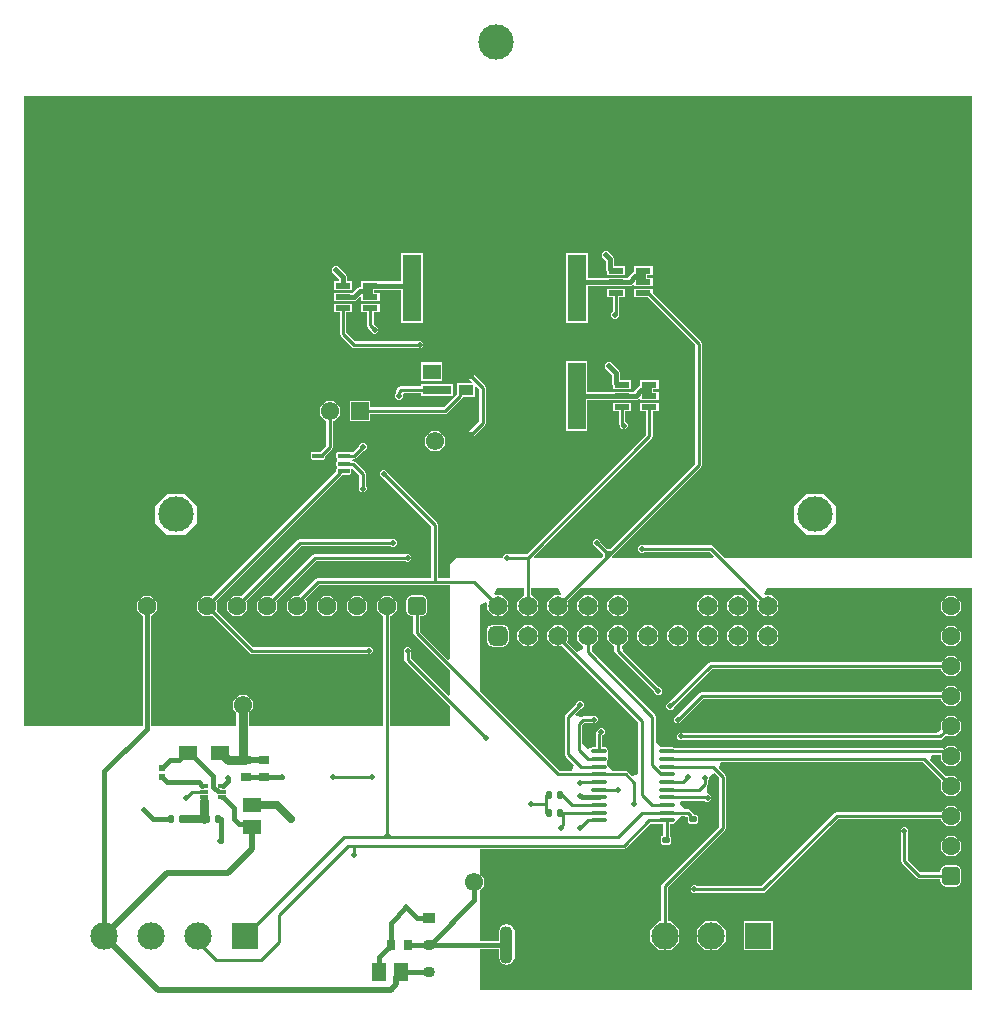
<source format=gtl>
G04*
G04 #@! TF.GenerationSoftware,Altium Limited,Altium Designer,21.6.4 (81)*
G04*
G04 Layer_Physical_Order=1*
G04 Layer_Color=255*
%FSLAX23Y23*%
%MOIN*%
G70*
G04*
G04 #@! TF.SameCoordinates,B862E28A-B53C-4780-801C-F1A4676C09CD*
G04*
G04*
G04 #@! TF.FilePolarity,Positive*
G04*
G01*
G75*
%ADD16C,0.010*%
%ADD17C,0.020*%
%ADD18C,0.015*%
%ADD19R,0.051X0.019*%
%ADD20R,0.063X0.224*%
%ADD21R,0.051X0.059*%
%ADD22R,0.059X0.051*%
%ADD23R,0.026X0.035*%
%ADD24R,0.035X0.026*%
G04:AMPARAMS|DCode=25|XSize=19mil|YSize=24mil|CornerRadius=2mil|HoleSize=0mil|Usage=FLASHONLY|Rotation=0.000|XOffset=0mil|YOffset=0mil|HoleType=Round|Shape=RoundedRectangle|*
%AMROUNDEDRECTD25*
21,1,0.019,0.020,0,0,0.0*
21,1,0.015,0.024,0,0,0.0*
1,1,0.004,0.008,-0.010*
1,1,0.004,-0.008,-0.010*
1,1,0.004,-0.008,0.010*
1,1,0.004,0.008,0.010*
%
%ADD25ROUNDEDRECTD25*%
G04:AMPARAMS|DCode=26|XSize=19mil|YSize=24mil|CornerRadius=2mil|HoleSize=0mil|Usage=FLASHONLY|Rotation=270.000|XOffset=0mil|YOffset=0mil|HoleType=Round|Shape=RoundedRectangle|*
%AMROUNDEDRECTD26*
21,1,0.019,0.020,0,0,270.0*
21,1,0.015,0.024,0,0,270.0*
1,1,0.004,-0.010,-0.008*
1,1,0.004,-0.010,0.008*
1,1,0.004,0.010,0.008*
1,1,0.004,0.010,-0.008*
%
%ADD26ROUNDEDRECTD26*%
%ADD27R,0.087X0.047*%
%ADD28R,0.059X0.051*%
%ADD29R,0.094X0.031*%
%ADD30R,0.051X0.035*%
G04:AMPARAMS|DCode=31|XSize=26mil|YSize=12mil|CornerRadius=1mil|HoleSize=0mil|Usage=FLASHONLY|Rotation=180.000|XOffset=0mil|YOffset=0mil|HoleType=Round|Shape=RoundedRectangle|*
%AMROUNDEDRECTD31*
21,1,0.026,0.010,0,0,180.0*
21,1,0.024,0.012,0,0,180.0*
1,1,0.002,-0.012,0.005*
1,1,0.002,0.012,0.005*
1,1,0.002,0.012,-0.005*
1,1,0.002,-0.012,-0.005*
%
%ADD31ROUNDEDRECTD31*%
%ADD32R,0.020X0.020*%
%ADD33O,0.053X0.016*%
G04:AMPARAMS|DCode=34|XSize=37mil|YSize=16mil|CornerRadius=2mil|HoleSize=0mil|Usage=FLASHONLY|Rotation=180.000|XOffset=0mil|YOffset=0mil|HoleType=Round|Shape=RoundedRectangle|*
%AMROUNDEDRECTD34*
21,1,0.037,0.012,0,0,180.0*
21,1,0.033,0.016,0,0,180.0*
1,1,0.004,-0.017,0.006*
1,1,0.004,0.017,0.006*
1,1,0.004,0.017,-0.006*
1,1,0.004,-0.017,-0.006*
%
%ADD34ROUNDEDRECTD34*%
G04:AMPARAMS|DCode=35|XSize=40mil|YSize=125mil|CornerRadius=17mil|HoleSize=0mil|Usage=FLASHONLY|Rotation=0.000|XOffset=0mil|YOffset=0mil|HoleType=Round|Shape=RoundedRectangle|*
%AMROUNDEDRECTD35*
21,1,0.040,0.091,0,0,0.0*
21,1,0.005,0.125,0,0,0.0*
1,1,0.034,0.003,-0.045*
1,1,0.034,-0.003,-0.045*
1,1,0.034,-0.003,0.045*
1,1,0.034,0.003,0.045*
%
%ADD35ROUNDEDRECTD35*%
G04:AMPARAMS|DCode=36|XSize=40mil|YSize=34mil|CornerRadius=17mil|HoleSize=0mil|Usage=FLASHONLY|Rotation=0.000|XOffset=0mil|YOffset=0mil|HoleType=Round|Shape=RoundedRectangle|*
%AMROUNDEDRECTD36*
21,1,0.040,0.000,0,0,0.0*
21,1,0.005,0.034,0,0,0.0*
1,1,0.034,0.003,0.000*
1,1,0.034,-0.003,0.000*
1,1,0.034,-0.003,0.000*
1,1,0.034,0.003,0.000*
%
%ADD36ROUNDEDRECTD36*%
%ADD37R,0.040X0.034*%
%ADD38R,0.059X0.047*%
%ADD64C,0.030*%
%ADD65C,0.025*%
%ADD66C,0.061*%
%ADD67R,0.061X0.061*%
%ADD68C,0.118*%
%ADD69C,0.065*%
G04:AMPARAMS|DCode=70|XSize=65mil|YSize=65mil|CornerRadius=16mil|HoleSize=0mil|Usage=FLASHONLY|Rotation=0.000|XOffset=0mil|YOffset=0mil|HoleType=Round|Shape=RoundedRectangle|*
%AMROUNDEDRECTD70*
21,1,0.065,0.032,0,0,0.0*
21,1,0.032,0.065,0,0,0.0*
1,1,0.032,0.016,-0.016*
1,1,0.032,-0.016,-0.016*
1,1,0.032,-0.016,0.016*
1,1,0.032,0.016,0.016*
%
%ADD70ROUNDEDRECTD70*%
%ADD71C,0.063*%
G04:AMPARAMS|DCode=72|XSize=63mil|YSize=63mil|CornerRadius=16mil|HoleSize=0mil|Usage=FLASHONLY|Rotation=180.000|XOffset=0mil|YOffset=0mil|HoleType=Round|Shape=RoundedRectangle|*
%AMROUNDEDRECTD72*
21,1,0.063,0.031,0,0,180.0*
21,1,0.031,0.063,0,0,180.0*
1,1,0.031,-0.016,0.016*
1,1,0.031,0.016,0.016*
1,1,0.031,0.016,-0.016*
1,1,0.031,-0.016,-0.016*
%
%ADD72ROUNDEDRECTD72*%
G04:AMPARAMS|DCode=73|XSize=63mil|YSize=63mil|CornerRadius=16mil|HoleSize=0mil|Usage=FLASHONLY|Rotation=90.000|XOffset=0mil|YOffset=0mil|HoleType=Round|Shape=RoundedRectangle|*
%AMROUNDEDRECTD73*
21,1,0.063,0.031,0,0,90.0*
21,1,0.031,0.063,0,0,90.0*
1,1,0.031,0.016,0.016*
1,1,0.031,0.016,-0.016*
1,1,0.031,-0.016,-0.016*
1,1,0.031,-0.016,0.016*
%
%ADD73ROUNDEDRECTD73*%
%ADD74C,0.091*%
%ADD75R,0.091X0.091*%
%ADD76C,0.020*%
G36*
X3180Y1460D02*
X2355D01*
X2318Y1498D01*
X2310Y1501D01*
X2310Y1501D01*
X2087D01*
X2085Y1503D01*
X2075D01*
X2068Y1495D01*
Y1485D01*
X2075Y1477D01*
X2085D01*
X2087Y1479D01*
X2306D01*
X2320Y1465D01*
X2318Y1460D01*
X1982D01*
X1980Y1465D01*
X2278Y1762D01*
X2278Y1762D01*
X2281Y1770D01*
X2281Y1770D01*
Y2174D01*
X2281Y2174D01*
X2278Y2182D01*
X2278Y2182D01*
X2116Y2344D01*
Y2357D01*
X2055D01*
Y2328D01*
X2101D01*
X2259Y2170D01*
Y1774D01*
X1975Y1490D01*
X1965D01*
X1942Y1513D01*
Y1515D01*
X1935Y1523D01*
X1925D01*
X1918Y1515D01*
Y1505D01*
X1925Y1497D01*
X1927D01*
X1951Y1474D01*
Y1466D01*
X1945Y1460D01*
X1722D01*
X1720Y1465D01*
X2113Y1858D01*
X2113Y1858D01*
X2116Y1865D01*
X2116Y1865D01*
Y1948D01*
X2136D01*
Y1977D01*
X2075D01*
Y1948D01*
X2095D01*
Y1870D01*
X1696Y1471D01*
X1637D01*
X1635Y1472D01*
X1625D01*
X1617Y1465D01*
Y1460D01*
X1460D01*
X1440Y1440D01*
Y1391D01*
X1401D01*
Y1570D01*
X1401Y1570D01*
X1398Y1578D01*
X1398Y1578D01*
X1232Y1743D01*
Y1745D01*
X1225Y1753D01*
X1215D01*
X1207Y1745D01*
Y1735D01*
X1215Y1727D01*
X1217D01*
X1379Y1566D01*
Y1391D01*
X1000D01*
X992Y1388D01*
X992Y1388D01*
X939Y1334D01*
X916D01*
X896Y1314D01*
Y1286D01*
X916Y1266D01*
X944D01*
X964Y1286D01*
Y1314D01*
X957Y1321D01*
X1004Y1369D01*
X1440D01*
Y1122D01*
X1435Y1120D01*
X1341Y1214D01*
Y1265D01*
X1346D01*
X1360Y1270D01*
X1365Y1284D01*
Y1316D01*
X1360Y1330D01*
X1346Y1335D01*
X1314D01*
X1300Y1330D01*
X1295Y1316D01*
Y1284D01*
X1300Y1270D01*
X1314Y1265D01*
X1319D01*
Y1210D01*
X1319Y1210D01*
X1322Y1202D01*
X1440Y1085D01*
Y1002D01*
X1435Y1000D01*
X1311Y1125D01*
Y1143D01*
X1312Y1145D01*
Y1155D01*
X1305Y1163D01*
X1295D01*
X1288Y1155D01*
Y1145D01*
X1289Y1143D01*
Y1120D01*
X1289Y1120D01*
X1292Y1113D01*
X1440Y965D01*
Y900D01*
X1241D01*
Y1266D01*
X1244D01*
X1264Y1286D01*
Y1314D01*
X1244Y1334D01*
X1216D01*
X1196Y1314D01*
Y1286D01*
X1216Y1266D01*
X1219D01*
Y900D01*
X772D01*
Y945D01*
X783Y956D01*
Y984D01*
X764Y1003D01*
X736D01*
X717Y984D01*
Y956D01*
X728Y945D01*
Y900D01*
X444D01*
Y1266D01*
X444D01*
X464Y1286D01*
Y1314D01*
X444Y1334D01*
X416D01*
X396Y1314D01*
Y1286D01*
X416Y1266D01*
X416D01*
Y900D01*
X20D01*
Y3000D01*
X3180D01*
Y1460D01*
D02*
G37*
G36*
Y20D02*
X1540D01*
Y157D01*
X1603D01*
Y125D01*
X1610Y108D01*
X1627Y101D01*
X1632D01*
X1649Y108D01*
X1656Y125D01*
Y216D01*
X1649Y233D01*
X1632Y240D01*
X1627D01*
X1610Y233D01*
X1603Y216D01*
Y184D01*
X1540D01*
Y353D01*
X1553Y366D01*
Y394D01*
X1540Y407D01*
Y489D01*
X2020D01*
X2020Y489D01*
X2028Y492D01*
X2109Y574D01*
X2137D01*
X2144Y571D01*
X2152D01*
Y533D01*
X2150D01*
X2145Y531D01*
X2143Y526D01*
Y510D01*
X2145Y505D01*
X2150Y503D01*
X2170D01*
X2175Y505D01*
X2177Y510D01*
Y526D01*
X2175Y531D01*
X2174Y531D01*
Y571D01*
X2182D01*
X2192Y575D01*
X2196Y585D01*
X2211Y600D01*
X2214D01*
X2233Y596D01*
Y580D01*
X2235Y575D01*
X2240Y573D01*
X2260D01*
X2265Y575D01*
X2267Y580D01*
Y596D01*
X2265Y601D01*
X2260Y603D01*
X2254D01*
X2253Y606D01*
X2253Y606D01*
X2241Y618D01*
X2233Y621D01*
X2233Y621D01*
X2225D01*
X2207Y639D01*
X2207Y646D01*
X2212Y650D01*
X2292D01*
X2295Y647D01*
X2305D01*
X2312Y655D01*
Y665D01*
X2305Y673D01*
X2301D01*
X2298Y679D01*
X2298Y697D01*
X2301Y705D01*
X2301Y705D01*
Y718D01*
X2303Y720D01*
Y730D01*
X2318Y740D01*
X2323Y742D01*
X2339Y726D01*
Y564D01*
X2148Y374D01*
X2145Y366D01*
X2145Y366D01*
Y248D01*
X2136D01*
X2108Y220D01*
Y180D01*
X2136Y152D01*
X2176D01*
X2204Y180D01*
Y220D01*
X2176Y248D01*
X2167D01*
Y362D01*
X2358Y552D01*
X2358Y552D01*
X2361Y560D01*
Y730D01*
X2361Y730D01*
X2358Y738D01*
X2358Y738D01*
X2337Y759D01*
X2345Y779D01*
X3016D01*
X3078Y716D01*
X3076Y714D01*
Y686D01*
X3096Y666D01*
X3124D01*
X3144Y686D01*
Y714D01*
X3124Y734D01*
X3096D01*
X3094Y732D01*
X3041Y784D01*
X3049Y804D01*
X3076D01*
Y786D01*
X3096Y766D01*
X3124D01*
X3144Y786D01*
Y814D01*
X3124Y834D01*
X3096D01*
X3086Y824D01*
X3081Y826D01*
X3081Y826D01*
X2189D01*
X2182Y829D01*
X2144D01*
X2126Y842D01*
Y930D01*
X2126Y930D01*
X2123Y938D01*
X2123Y938D01*
X1915Y1145D01*
X1914Y1165D01*
X1935Y1186D01*
Y1214D01*
X1914Y1235D01*
X1886D01*
X1865Y1214D01*
Y1186D01*
X1883Y1167D01*
X1883Y1155D01*
X1864Y1147D01*
X1830Y1180D01*
X1835Y1186D01*
Y1214D01*
X1814Y1235D01*
X1786D01*
X1765Y1214D01*
Y1186D01*
X1786Y1165D01*
X1814D01*
X1815Y1165D01*
X2069Y911D01*
Y739D01*
X2049Y731D01*
X2035Y745D01*
X2027Y749D01*
X2027Y749D01*
X1985D01*
X1969Y764D01*
X1965Y774D01*
X1965Y780D01*
X1969Y790D01*
X1969Y790D01*
X1966Y802D01*
X1969Y815D01*
X1969Y815D01*
X1965Y825D01*
X1956Y829D01*
X1948D01*
Y867D01*
X1948Y868D01*
X1950D01*
X1957Y875D01*
Y885D01*
X1950Y892D01*
X1940D01*
X1933Y885D01*
Y883D01*
X1929Y879D01*
X1926Y872D01*
X1926Y872D01*
Y829D01*
X1918D01*
X1908Y825D01*
X1900Y823D01*
X1881Y839D01*
Y901D01*
X1889Y909D01*
X1913D01*
X1915Y908D01*
X1925D01*
X1933Y915D01*
Y925D01*
X1925Y933D01*
X1915D01*
X1913Y931D01*
X1885D01*
X1885Y931D01*
X1882Y930D01*
X1865Y934D01*
X1859Y938D01*
X1859Y938D01*
X1878Y957D01*
X1880D01*
X1888Y965D01*
Y975D01*
X1880Y983D01*
X1870D01*
X1862Y975D01*
Y973D01*
X1827Y938D01*
X1824Y930D01*
X1824Y930D01*
Y805D01*
X1824Y805D01*
X1827Y797D01*
X1855Y769D01*
X1847Y749D01*
X1806D01*
X1540Y1015D01*
Y1302D01*
X1560Y1312D01*
X1565Y1307D01*
Y1286D01*
X1586Y1265D01*
X1614D01*
X1635Y1286D01*
Y1314D01*
X1614Y1335D01*
X1593D01*
X1588Y1340D01*
X1598Y1360D01*
X1689D01*
Y1335D01*
X1686D01*
X1665Y1314D01*
Y1286D01*
X1686Y1265D01*
X1714D01*
X1735Y1286D01*
Y1314D01*
X1714Y1335D01*
X1711D01*
Y1360D01*
X1802D01*
X1812Y1340D01*
X1807Y1335D01*
X1786D01*
X1765Y1314D01*
Y1286D01*
X1786Y1265D01*
X1814D01*
X1835Y1286D01*
Y1314D01*
X1832Y1317D01*
X1875Y1360D01*
X2425D01*
X2468Y1317D01*
X2465Y1314D01*
Y1286D01*
X2486Y1265D01*
X2514D01*
X2535Y1286D01*
Y1314D01*
X2514Y1335D01*
X2493D01*
X2488Y1340D01*
X2498Y1360D01*
X3180D01*
Y20D01*
D02*
G37*
%LPC*%
G36*
X1960Y2484D02*
X1958Y2483D01*
X1955D01*
X1953Y2481D01*
X1950Y2480D01*
X1949Y2477D01*
X1947Y2475D01*
Y2472D01*
X1946Y2470D01*
X1947Y2468D01*
Y2465D01*
X1949Y2463D01*
X1950Y2460D01*
X1960Y2450D01*
Y2422D01*
X1964Y2413D01*
Y2403D01*
X2025D01*
Y2432D01*
X1987D01*
Y2456D01*
X1984Y2466D01*
X1970Y2480D01*
X1967Y2481D01*
X1965Y2483D01*
X1962D01*
X1960Y2484D01*
D02*
G37*
G36*
X1351Y2477D02*
X1278D01*
Y2381D01*
X1206D01*
Y2382D01*
X1145D01*
Y2364D01*
X1140D01*
X1130Y2360D01*
X1115Y2344D01*
X1054D01*
Y2316D01*
X1115D01*
Y2316D01*
X1120D01*
X1130Y2320D01*
X1140Y2331D01*
X1145Y2329D01*
Y2316D01*
X1206D01*
Y2344D01*
X1189D01*
Y2353D01*
X1206D01*
Y2354D01*
X1278D01*
Y2243D01*
X1351D01*
Y2477D01*
D02*
G37*
G36*
X1902D02*
X1829D01*
Y2243D01*
X1902D01*
Y2366D01*
X1964D01*
Y2366D01*
X2025D01*
Y2366D01*
X2040D01*
X2050Y2370D01*
X2050Y2371D01*
X2055Y2369D01*
Y2366D01*
X2116D01*
Y2394D01*
X2099D01*
Y2403D01*
X2116D01*
Y2432D01*
X2055D01*
Y2411D01*
X2049Y2408D01*
X2034Y2394D01*
X2025D01*
Y2394D01*
X1964D01*
Y2394D01*
X1902D01*
Y2477D01*
D02*
G37*
G36*
X1060Y2434D02*
X1058Y2432D01*
X1055D01*
X1053Y2431D01*
X1050Y2430D01*
X1049Y2427D01*
X1048Y2425D01*
Y2422D01*
X1046Y2420D01*
X1048Y2418D01*
Y2415D01*
X1049Y2413D01*
X1050Y2410D01*
X1071Y2390D01*
Y2382D01*
X1054D01*
Y2353D01*
X1115D01*
Y2382D01*
X1098D01*
Y2395D01*
X1094Y2405D01*
X1070Y2430D01*
X1067Y2431D01*
X1065Y2432D01*
X1062D01*
X1060Y2434D01*
D02*
G37*
G36*
X2025Y2357D02*
X1964D01*
Y2328D01*
X1984D01*
Y2282D01*
X1982Y2280D01*
X1982Y2280D01*
X1977Y2275D01*
Y2265D01*
X1985Y2257D01*
X1995D01*
X2003Y2265D01*
Y2270D01*
X2005Y2277D01*
X2005Y2277D01*
Y2328D01*
X2025D01*
Y2357D01*
D02*
G37*
G36*
X1206Y2307D02*
X1145D01*
Y2278D01*
X1165D01*
Y2235D01*
X1165Y2235D01*
X1168Y2227D01*
X1178Y2217D01*
Y2215D01*
X1185Y2207D01*
X1195D01*
X1202Y2215D01*
Y2225D01*
X1195Y2233D01*
X1193D01*
X1186Y2239D01*
Y2278D01*
X1206D01*
Y2307D01*
D02*
G37*
G36*
X1115D02*
X1054D01*
Y2278D01*
X1074D01*
Y2205D01*
X1074Y2205D01*
X1077Y2198D01*
X1112Y2162D01*
X1112Y2162D01*
X1120Y2159D01*
X1333D01*
X1335Y2158D01*
X1345D01*
X1352Y2165D01*
Y2175D01*
X1345Y2182D01*
X1335D01*
X1333Y2181D01*
X1124D01*
X1095Y2210D01*
Y2278D01*
X1115D01*
Y2307D01*
D02*
G37*
G36*
X1415Y2111D02*
X1345D01*
Y2049D01*
X1415D01*
Y2111D01*
D02*
G37*
G36*
X1450Y2040D02*
X1345D01*
Y2031D01*
X1277D01*
X1277Y2031D01*
X1269Y2028D01*
X1269Y2028D01*
X1264Y2022D01*
X1260Y2014D01*
X1260Y2014D01*
Y2008D01*
X1258Y2005D01*
Y1995D01*
X1265Y1987D01*
X1275D01*
X1283Y1995D01*
Y2005D01*
X1286Y2009D01*
X1345D01*
Y1998D01*
X1450D01*
Y2040D01*
D02*
G37*
G36*
X1970Y2114D02*
X1968Y2112D01*
X1965D01*
X1963Y2111D01*
X1960Y2110D01*
X1959Y2107D01*
X1957Y2105D01*
Y2102D01*
X1956Y2100D01*
X1957Y2098D01*
Y2095D01*
X1959Y2093D01*
X1960Y2090D01*
X1980Y2070D01*
Y2042D01*
X1984Y2033D01*
Y2023D01*
X2045D01*
Y2052D01*
X2007D01*
Y2076D01*
X2004Y2086D01*
X1980Y2110D01*
X1977Y2111D01*
X1975Y2112D01*
X1972D01*
X1970Y2114D01*
D02*
G37*
G36*
X1899Y2117D02*
X1826D01*
Y1883D01*
X1899D01*
Y1986D01*
X1984D01*
Y1986D01*
X2045D01*
Y1986D01*
X2060D01*
X2070Y1990D01*
X2070Y1991D01*
X2075Y1989D01*
Y1986D01*
X2136D01*
Y2014D01*
X2119D01*
Y2023D01*
X2136D01*
Y2052D01*
X2075D01*
Y2031D01*
X2069Y2028D01*
X2054Y2014D01*
X2045D01*
Y2014D01*
X1984D01*
Y2014D01*
X1899D01*
Y2117D01*
D02*
G37*
G36*
X2045Y1977D02*
X1984D01*
Y1948D01*
X2004D01*
Y1905D01*
X2004Y1905D01*
X2007Y1898D01*
X2007Y1897D01*
Y1895D01*
X2015Y1888D01*
X2025D01*
X2033Y1895D01*
Y1905D01*
X2025Y1912D01*
Y1948D01*
X2045D01*
Y1977D01*
D02*
G37*
G36*
X1496Y2091D02*
X1496Y2091D01*
X1476D01*
X1469Y2088D01*
X1466Y2080D01*
X1469Y2072D01*
X1476Y2069D01*
X1492D01*
X1515Y2046D01*
X1513Y2042D01*
X1464D01*
Y2008D01*
X1463Y2006D01*
X1463Y2006D01*
Y2003D01*
X1421Y1961D01*
X1173D01*
Y1983D01*
X1107D01*
Y1917D01*
X1173D01*
Y1939D01*
X1425D01*
X1425Y1939D01*
X1433Y1942D01*
X1481Y1991D01*
X1481Y1991D01*
X1484Y1996D01*
X1525D01*
Y2030D01*
X1529Y2031D01*
X1539Y2022D01*
Y1914D01*
X1482Y1858D01*
X1479Y1850D01*
X1482Y1842D01*
X1490Y1839D01*
X1498Y1842D01*
X1558Y1902D01*
X1558Y1902D01*
X1561Y1910D01*
X1561Y1910D01*
Y2026D01*
X1558Y2034D01*
X1558Y2034D01*
X1504Y2088D01*
X1496Y2091D01*
D02*
G37*
G36*
X1404Y1883D02*
X1376D01*
X1357Y1864D01*
Y1836D01*
X1376Y1817D01*
X1404D01*
X1423Y1836D01*
Y1864D01*
X1404Y1883D01*
D02*
G37*
G36*
X1155Y1842D02*
X1145D01*
X1138Y1835D01*
Y1833D01*
X1116Y1811D01*
X1109D01*
X1109Y1811D01*
X1103Y1813D01*
X1070D01*
X1065Y1811D01*
X1062Y1806D01*
Y1794D01*
X1064Y1791D01*
X1064Y1787D01*
X1064Y1784D01*
X1062Y1780D01*
Y1769D01*
X1064Y1765D01*
X1064Y1762D01*
X1064Y1758D01*
X1062Y1755D01*
Y1748D01*
X646Y1332D01*
X644Y1334D01*
X616D01*
X596Y1314D01*
Y1286D01*
X616Y1266D01*
X644D01*
X646Y1268D01*
X772Y1142D01*
X772Y1142D01*
X780Y1139D01*
X1163D01*
X1165Y1138D01*
X1175D01*
X1183Y1145D01*
Y1155D01*
X1175Y1163D01*
X1165D01*
X1163Y1161D01*
X784D01*
X662Y1284D01*
X664Y1286D01*
Y1314D01*
X662Y1316D01*
X1081Y1735D01*
X1081Y1735D01*
X1081Y1735D01*
X1103D01*
X1109Y1738D01*
X1111Y1743D01*
Y1755D01*
X1115Y1757D01*
X1117Y1757D01*
X1139Y1736D01*
Y1697D01*
X1138Y1695D01*
Y1685D01*
X1145Y1678D01*
X1155D01*
X1163Y1685D01*
Y1695D01*
X1161Y1697D01*
Y1740D01*
X1161Y1740D01*
X1158Y1748D01*
X1158Y1748D01*
X1126Y1779D01*
X1118Y1782D01*
X1118Y1782D01*
X1114D01*
X1113Y1784D01*
X1116Y1789D01*
X1120D01*
X1120Y1789D01*
X1128Y1792D01*
X1153Y1817D01*
X1155D01*
X1163Y1825D01*
Y1835D01*
X1155Y1842D01*
D02*
G37*
G36*
X1054Y1983D02*
X1026D01*
X1007Y1964D01*
Y1936D01*
X1026Y1917D01*
X1029D01*
Y1834D01*
X1009Y1813D01*
X983D01*
X978Y1811D01*
X976Y1806D01*
Y1794D01*
X978Y1789D01*
X983Y1787D01*
X1017D01*
X1022Y1789D01*
X1024Y1794D01*
Y1798D01*
X1048Y1822D01*
X1048Y1822D01*
X1051Y1829D01*
Y1917D01*
X1054D01*
X1073Y1936D01*
Y1964D01*
X1054Y1983D01*
D02*
G37*
G36*
X2687Y1674D02*
X2630D01*
X2589Y1634D01*
Y1576D01*
X2630Y1535D01*
X2687D01*
X2728Y1576D01*
Y1634D01*
X2687Y1674D01*
D02*
G37*
G36*
X557D02*
X499D01*
X459Y1634D01*
Y1576D01*
X499Y1535D01*
X557D01*
X597Y1576D01*
Y1634D01*
X557Y1674D01*
D02*
G37*
G36*
X1255Y1523D02*
X1245D01*
X1243Y1521D01*
X940D01*
X932Y1518D01*
X932Y1518D01*
X746Y1332D01*
X744Y1334D01*
X716D01*
X696Y1314D01*
Y1286D01*
X716Y1266D01*
X744D01*
X764Y1286D01*
Y1314D01*
X762Y1316D01*
X944Y1499D01*
X1243D01*
X1245Y1497D01*
X1255D01*
X1263Y1505D01*
Y1515D01*
X1255Y1523D01*
D02*
G37*
G36*
X1305Y1472D02*
X1295D01*
X1293Y1471D01*
X990D01*
X990Y1471D01*
X982Y1468D01*
X982Y1468D01*
X846Y1332D01*
X844Y1334D01*
X816D01*
X796Y1314D01*
Y1286D01*
X816Y1266D01*
X844D01*
X864Y1286D01*
Y1314D01*
X862Y1316D01*
X994Y1449D01*
X1293D01*
X1295Y1447D01*
X1305D01*
X1312Y1455D01*
Y1465D01*
X1305Y1472D01*
D02*
G37*
G36*
X1144Y1334D02*
X1116D01*
X1096Y1314D01*
Y1286D01*
X1116Y1266D01*
X1144D01*
X1164Y1286D01*
Y1314D01*
X1144Y1334D01*
D02*
G37*
G36*
X1044D02*
X1016D01*
X996Y1314D01*
Y1286D01*
X1016Y1266D01*
X1044D01*
X1064Y1286D01*
Y1314D01*
X1044Y1334D01*
D02*
G37*
G36*
X3124D02*
X3096D01*
X3076Y1314D01*
Y1286D01*
X3096Y1266D01*
X3124D01*
X3144Y1286D01*
Y1314D01*
X3124Y1334D01*
D02*
G37*
G36*
X2414Y1335D02*
X2386D01*
X2365Y1314D01*
Y1286D01*
X2386Y1265D01*
X2414D01*
X2435Y1286D01*
Y1314D01*
X2414Y1335D01*
D02*
G37*
G36*
X2314D02*
X2286D01*
X2265Y1314D01*
Y1286D01*
X2286Y1265D01*
X2314D01*
X2335Y1286D01*
Y1314D01*
X2314Y1335D01*
D02*
G37*
G36*
X2014D02*
X1986D01*
X1965Y1314D01*
Y1286D01*
X1986Y1265D01*
X2014D01*
X2035Y1286D01*
Y1314D01*
X2014Y1335D01*
D02*
G37*
G36*
X1914D02*
X1886D01*
X1865Y1314D01*
Y1286D01*
X1886Y1265D01*
X1914D01*
X1935Y1286D01*
Y1314D01*
X1914Y1335D01*
D02*
G37*
G36*
X3124Y1234D02*
X3096D01*
X3076Y1214D01*
Y1186D01*
X3096Y1166D01*
X3124D01*
X3144Y1186D01*
Y1214D01*
X3124Y1234D01*
D02*
G37*
G36*
X2514Y1235D02*
X2486D01*
X2465Y1214D01*
Y1186D01*
X2486Y1165D01*
X2514D01*
X2535Y1186D01*
Y1214D01*
X2514Y1235D01*
D02*
G37*
G36*
X2414D02*
X2386D01*
X2365Y1214D01*
Y1186D01*
X2386Y1165D01*
X2414D01*
X2435Y1186D01*
Y1214D01*
X2414Y1235D01*
D02*
G37*
G36*
X2314D02*
X2286D01*
X2265Y1214D01*
Y1186D01*
X2286Y1165D01*
X2314D01*
X2335Y1186D01*
Y1214D01*
X2314Y1235D01*
D02*
G37*
G36*
X2214D02*
X2186D01*
X2165Y1214D01*
Y1186D01*
X2186Y1165D01*
X2214D01*
X2235Y1186D01*
Y1214D01*
X2214Y1235D01*
D02*
G37*
G36*
X2114D02*
X2086D01*
X2065Y1214D01*
Y1186D01*
X2086Y1165D01*
X2114D01*
X2135Y1186D01*
Y1214D01*
X2114Y1235D01*
D02*
G37*
G36*
X1714D02*
X1686D01*
X1665Y1214D01*
Y1186D01*
X1686Y1165D01*
X1714D01*
X1735Y1186D01*
Y1214D01*
X1714Y1235D01*
D02*
G37*
G36*
X1616Y1237D02*
X1584D01*
X1569Y1231D01*
X1563Y1216D01*
Y1184D01*
X1569Y1169D01*
X1584Y1163D01*
X1616D01*
X1631Y1169D01*
X1637Y1184D01*
Y1216D01*
X1631Y1231D01*
X1616Y1237D01*
D02*
G37*
G36*
X3124Y1134D02*
X3096D01*
X3076Y1114D01*
Y1111D01*
X2310D01*
X2302Y1108D01*
X2302Y1108D01*
X2172Y978D01*
X2170D01*
X2162Y970D01*
Y960D01*
X2170Y952D01*
X2180D01*
X2188Y960D01*
Y962D01*
X2314Y1089D01*
X3076D01*
Y1086D01*
X3096Y1066D01*
X3124D01*
X3144Y1086D01*
Y1114D01*
X3124Y1134D01*
D02*
G37*
G36*
Y1034D02*
X3096D01*
X3076Y1014D01*
Y1011D01*
X2280D01*
X2280Y1011D01*
X2272Y1008D01*
X2272Y1008D01*
X2197Y933D01*
X2195D01*
X2188Y925D01*
Y915D01*
X2195Y908D01*
X2205D01*
X2213Y915D01*
Y917D01*
X2284Y989D01*
X3076D01*
Y986D01*
X3096Y966D01*
X3124D01*
X3144Y986D01*
Y1014D01*
X3124Y1034D01*
D02*
G37*
G36*
X2014Y1235D02*
X1986D01*
X1965Y1214D01*
Y1186D01*
X1986Y1165D01*
X1989Y1150D01*
X1993Y1142D01*
X2122Y1012D01*
Y1010D01*
X2130Y1003D01*
X2140D01*
X2148Y1010D01*
Y1020D01*
X2140Y1028D01*
X2138D01*
X2019Y1147D01*
X2014Y1165D01*
X2035Y1186D01*
Y1214D01*
X2014Y1235D01*
D02*
G37*
G36*
X3124Y934D02*
X3096D01*
X3076Y914D01*
Y886D01*
X3060Y876D01*
X2217D01*
X2215Y877D01*
X2205D01*
X2197Y870D01*
Y860D01*
X2205Y853D01*
X2215D01*
X2217Y854D01*
X3075D01*
X3075Y854D01*
X3083Y857D01*
X3094Y868D01*
X3096Y866D01*
X3124D01*
X3144Y886D01*
Y914D01*
X3124Y934D01*
D02*
G37*
G36*
Y634D02*
X3096D01*
X3076Y614D01*
Y611D01*
X2730D01*
X2730Y611D01*
X2722Y608D01*
X2722Y608D01*
X2481Y366D01*
X2262D01*
X2260Y368D01*
X2250D01*
X2243Y360D01*
Y350D01*
X2250Y343D01*
X2260D01*
X2262Y344D01*
X2485D01*
X2485Y344D01*
X2493Y347D01*
X2734Y589D01*
X3076D01*
Y586D01*
X3096Y566D01*
X3124D01*
X3144Y586D01*
Y614D01*
X3124Y634D01*
D02*
G37*
G36*
Y534D02*
X3096D01*
X3076Y514D01*
Y486D01*
X3096Y466D01*
X3124D01*
X3144Y486D01*
Y514D01*
X3124Y534D01*
D02*
G37*
G36*
X2960Y562D02*
X2950D01*
X2943Y555D01*
Y545D01*
X2944Y543D01*
Y450D01*
X2944Y450D01*
X2947Y442D01*
X2997Y392D01*
X2997Y392D01*
X3005Y389D01*
X3005Y389D01*
X3075D01*
Y384D01*
X3080Y370D01*
X3094Y364D01*
X3126D01*
X3140Y370D01*
X3145Y384D01*
Y416D01*
X3140Y430D01*
X3126Y435D01*
X3094D01*
X3080Y430D01*
X3075Y416D01*
Y411D01*
X3009D01*
X2966Y454D01*
Y543D01*
X2967Y545D01*
Y555D01*
X2960Y562D01*
D02*
G37*
G36*
X2516Y248D02*
X2420D01*
Y152D01*
X2516D01*
Y248D01*
D02*
G37*
G36*
X2332D02*
X2292D01*
X2264Y220D01*
Y180D01*
X2292Y152D01*
X2332D01*
X2360Y180D01*
Y220D01*
X2332Y248D01*
D02*
G37*
%LPD*%
D16*
X2160Y524D02*
X2163Y527D01*
Y585D01*
X2245Y593D02*
X2250Y588D01*
X2250D01*
X2245Y593D02*
Y599D01*
X1240Y530D02*
X2000D01*
X1232D02*
X1240D01*
X1220D02*
X1232D01*
X1086D02*
X1220D01*
X1230Y540D02*
Y1300D01*
Y532D02*
Y540D01*
X1760Y640D02*
Y670D01*
X1771D01*
X1760Y610D02*
Y640D01*
X1710D02*
X1760D01*
X679Y681D02*
X680Y680D01*
X561Y810D02*
X567D01*
X573D01*
X666Y681D02*
X679D01*
X1800Y1300D02*
X1970Y1470D01*
X2270Y1770D01*
X1930Y1510D02*
X1970Y1470D01*
X1962Y1463D02*
Y1479D01*
X1976D01*
X2270Y1770D02*
Y2174D01*
X660Y120D02*
X810D01*
X870Y180D02*
Y270D01*
X810Y120D02*
X870Y180D01*
X615Y700D02*
X622D01*
X1220Y530D02*
X1230Y540D01*
X1240Y530D01*
X1245D01*
X1230Y532D02*
X1232Y530D01*
X1490Y1850D02*
X1550Y1910D01*
Y2026D01*
X1476Y2080D02*
X1496D01*
X1550Y2026D01*
X1397Y2020D02*
X1398Y2019D01*
X1277Y2020D02*
X1397D01*
X1271Y2001D02*
Y2014D01*
X1277Y2020D01*
X1270Y2000D02*
X1271Y2001D01*
X1474Y1998D02*
Y2006D01*
X1140Y1950D02*
X1425D01*
X1474Y1998D01*
Y2006D02*
X1486Y2019D01*
X1494D01*
X1818Y610D02*
X1937D01*
X1817Y610D02*
X1818Y610D01*
X680Y700D02*
X684D01*
X3005Y400D02*
X3110D01*
X2955Y450D02*
Y550D01*
Y450D02*
X3005Y400D01*
X2730Y600D02*
X3110D01*
X2485Y355D02*
X2730Y600D01*
X2255Y355D02*
X2485D01*
X1878Y713D02*
X1937D01*
X1875Y710D02*
X1878Y713D01*
X2055Y640D02*
Y710D01*
X2027Y738D02*
X2055Y710D01*
X1875Y560D02*
X1900Y585D01*
X1937D01*
Y687D02*
X1998D01*
X2000Y685D01*
X2280Y1000D02*
X3110D01*
X2200Y920D02*
X2280Y1000D01*
X2310Y1100D02*
X3110D01*
X2175Y965D02*
X2310Y1100D01*
X3075Y865D02*
X3110Y900D01*
X2210Y865D02*
X3075D01*
X2000Y1200D02*
X2000Y1200D01*
Y1150D02*
Y1200D01*
Y1150D02*
X2135Y1015D01*
X1835Y930D02*
X1875Y970D01*
X1835Y805D02*
Y930D01*
X1870Y905D02*
X1885Y920D01*
X1870Y820D02*
Y905D01*
X1885Y920D02*
X1920D01*
X1900Y790D02*
X1937D01*
X1870Y820D02*
X1900Y790D01*
X1937Y815D02*
Y872D01*
X1945Y880D01*
X1937Y738D02*
X2027D01*
X1937Y738D02*
X1937Y738D01*
X1802Y738D02*
X1937D01*
X1876Y764D02*
X1937D01*
X1835Y805D02*
X1876Y764D01*
X2080Y670D02*
X2114Y636D01*
X1800Y1195D02*
X2080Y915D01*
Y670D02*
Y915D01*
X2115Y768D02*
Y930D01*
X1900Y1145D02*
X2115Y930D01*
Y768D02*
X2144Y738D01*
X2163Y790D02*
X3020D01*
X3110Y700D01*
X2316Y764D02*
X2350Y730D01*
X2163Y764D02*
X2316D01*
X3081Y815D02*
X3096Y800D01*
X3110D01*
X2163Y815D02*
X3081D01*
X2164Y661D02*
X2299D01*
X2163Y662D02*
X2164Y661D01*
X2299D02*
X2300Y660D01*
X2290Y705D02*
Y725D01*
X2163Y687D02*
X2272D01*
X2290Y705D01*
X2218Y713D02*
X2235Y730D01*
X2163Y713D02*
X2218D01*
X2114Y636D02*
X2163D01*
X1800Y1195D02*
Y1200D01*
X1900Y1145D02*
Y1200D01*
X2144Y738D02*
X2163D01*
X1073Y1743D02*
Y1746D01*
X630Y1300D02*
X1073Y1743D01*
Y1746D02*
X1076Y1749D01*
X1087D01*
X1817Y570D02*
Y610D01*
X1810Y560D02*
Y563D01*
X1817Y570D01*
X2350Y560D02*
Y730D01*
X2156Y366D02*
X2350Y560D01*
X2156Y200D02*
Y366D01*
X1300Y1120D02*
Y1150D01*
Y1120D02*
X1520Y900D01*
Y900D02*
Y900D01*
Y900D02*
X1560Y860D01*
X1330Y1210D02*
Y1300D01*
Y1210D02*
X1802Y738D01*
X2233Y610D02*
X2245Y599D01*
X2163Y610D02*
X2233D01*
X1630Y1460D02*
X1700D01*
X990D02*
X1300D01*
X830Y1300D02*
X990Y1460D01*
X1390Y1380D02*
Y1570D01*
X1220Y1740D02*
X1390Y1570D01*
X940Y1510D02*
X1250D01*
X730Y1300D02*
X940Y1510D01*
X2105Y1865D02*
Y1963D01*
X1700Y1460D02*
X2105Y1865D01*
X1700Y1300D02*
Y1460D01*
X780Y1150D02*
X1170D01*
X630Y1300D02*
X780Y1150D01*
X2310Y1490D02*
X2500Y1300D01*
X2080Y1490D02*
X2310D01*
X1120Y2170D02*
X1340D01*
X1085Y2205D02*
X1120Y2170D01*
X1085Y2205D02*
Y2293D01*
X1087Y1800D02*
X1120D01*
X1150Y1830D01*
X1000Y1800D02*
X1011D01*
X1040Y1829D02*
Y1950D01*
X1011Y1800D02*
X1040Y1829D01*
X1150Y1690D02*
Y1740D01*
X1089Y1772D02*
X1118D01*
X1150Y1740D01*
X1087Y1774D02*
X1089Y1772D01*
X1390Y1380D02*
X1520D01*
X1000D02*
X1390D01*
X1995Y2277D02*
Y2343D01*
X1990Y2270D02*
Y2273D01*
X1995Y2277D01*
X1175Y2235D02*
X1190Y2220D01*
X1175Y2235D02*
Y2293D01*
X2015Y1905D02*
Y1963D01*
Y1905D02*
X2020Y1900D01*
X1050Y730D02*
X1180D01*
X2102Y2343D02*
X2270Y2174D01*
X2085Y2343D02*
X2102D01*
X1520Y1380D02*
X1600Y1300D01*
X930D02*
Y1310D01*
X1000Y1380D01*
X1817Y665D02*
X1846Y636D01*
X1817Y665D02*
Y670D01*
X1846Y636D02*
X1937D01*
X580Y680D02*
X622D01*
X560Y660D02*
X580Y680D01*
X1120Y470D02*
Y500D01*
X2020D01*
X1100D02*
X1120D01*
X600Y180D02*
X660Y120D01*
X600Y180D02*
Y200D01*
X870Y270D02*
X1100Y500D01*
X756Y200D02*
X1086Y530D01*
X2000D02*
X2080Y610D01*
X2020Y500D02*
X2105Y585D01*
X2163D01*
X2080Y610D02*
X2163D01*
D17*
X760Y787D02*
X820D01*
X1262Y64D02*
X1277Y80D01*
X468Y20D02*
X1243D01*
X1262Y39D02*
Y64D01*
X1243Y20D02*
X1262Y39D01*
X288Y200D02*
X468Y20D01*
X780Y490D02*
Y563D01*
X700Y410D02*
X780Y490D01*
X498Y410D02*
X700D01*
X288Y200D02*
X498Y410D01*
D18*
X480Y760D02*
X507Y787D01*
X650Y697D02*
X666Y681D01*
X507Y787D02*
X538D01*
X561Y810D01*
X650Y697D02*
Y733D01*
X573Y810D02*
X650Y733D01*
X758Y787D02*
X760D01*
X750Y795D02*
X758Y787D01*
X496Y713D02*
X603D01*
X480Y729D02*
X496Y713D01*
X603D02*
X615Y700D01*
X288Y748D02*
X430Y890D01*
X288Y200D02*
Y748D01*
X820Y730D02*
X880D01*
X760D02*
X820D01*
X1373Y170D02*
X1629D01*
X450Y590D02*
X501D01*
X420Y620D02*
X450Y590D01*
X700Y716D02*
Y725D01*
X684Y700D02*
X700Y716D01*
X684Y661D02*
X720Y625D01*
X680Y661D02*
X684D01*
X769Y573D02*
X780Y563D01*
X720Y590D02*
X737Y573D01*
X720Y590D02*
Y625D01*
X737Y573D02*
X769D01*
X677Y517D02*
Y590D01*
X675Y515D02*
X677Y517D01*
X1243Y243D02*
X1295Y295D01*
X1243Y170D02*
Y243D01*
X1233Y160D02*
X1238D01*
X1243Y165D01*
X1203Y80D02*
Y130D01*
X1233Y160D01*
X1243Y165D02*
Y170D01*
X1875Y665D02*
X1876D01*
X1880Y662D02*
X1937D01*
X1876Y665D02*
X1880Y662D01*
X1295Y295D02*
X1330Y260D01*
X1370D01*
X1970Y2100D02*
X1994Y2076D01*
Y2042D02*
Y2076D01*
X1060Y2420D02*
X1085Y2395D01*
Y2367D02*
Y2395D01*
X1308Y2367D02*
X1315Y2360D01*
X1175Y2367D02*
X1308D01*
X1175Y2349D02*
Y2367D01*
Y2330D02*
Y2349D01*
X1174Y2350D02*
X1175Y2349D01*
X1140Y2350D02*
X1174D01*
X1085Y2330D02*
X1120D01*
X1140Y2350D01*
X1974Y2422D02*
Y2456D01*
X1960Y2470D02*
X1974Y2456D01*
X1978Y2417D02*
X1995D01*
X1974Y2422D02*
X1978Y2417D01*
X1865Y2360D02*
X1885Y2380D01*
X1995D01*
X2085Y2399D02*
Y2417D01*
Y2380D02*
Y2399D01*
X1995Y2380D02*
X2040D01*
X2059Y2399D02*
X2085D01*
X2040Y2380D02*
X2059Y2399D01*
X1998Y2037D02*
X2015D01*
X1994Y2042D02*
X1998Y2037D01*
X2105Y2019D02*
Y2037D01*
Y2000D02*
Y2019D01*
X2015Y2000D02*
X2060D01*
X2079Y2019D02*
X2105D01*
X2060Y2000D02*
X2079Y2019D01*
X1863Y2000D02*
X2015D01*
X430Y890D02*
Y1300D01*
X1520Y318D02*
Y380D01*
X1370Y170D02*
X1373D01*
X1520Y318D01*
X1277Y80D02*
X1370D01*
X1300Y170D02*
X1300Y170D01*
X1370D01*
D19*
X1995Y2343D02*
D03*
Y2380D02*
D03*
Y2417D02*
D03*
X2085D02*
D03*
Y2380D02*
D03*
Y2343D02*
D03*
X2015Y1963D02*
D03*
Y2000D02*
D03*
Y2037D02*
D03*
X2105D02*
D03*
Y2000D02*
D03*
Y1963D02*
D03*
X1085Y2293D02*
D03*
Y2330D02*
D03*
Y2367D02*
D03*
X1175D02*
D03*
Y2330D02*
D03*
Y2293D02*
D03*
D20*
X1680Y2360D02*
D03*
X1865D02*
D03*
X1677Y2000D02*
D03*
X1863D02*
D03*
X1500Y2360D02*
D03*
X1315D02*
D03*
D21*
X1277Y80D02*
D03*
X1203D02*
D03*
D22*
X780Y563D02*
D03*
Y637D02*
D03*
D23*
X1243Y170D02*
D03*
X1300D02*
D03*
D24*
X760Y730D02*
D03*
Y787D02*
D03*
X820Y730D02*
D03*
Y787D02*
D03*
D25*
X1771Y670D02*
D03*
X1806D02*
D03*
Y610D02*
D03*
X1771D02*
D03*
X512Y590D02*
D03*
X548D02*
D03*
X666D02*
D03*
X631D02*
D03*
D26*
X2250Y588D02*
D03*
Y552D02*
D03*
X2160Y482D02*
D03*
Y518D02*
D03*
D27*
X1476Y2080D02*
D03*
D28*
X1380D02*
D03*
D29*
X1398Y2019D02*
D03*
D30*
X1494D02*
D03*
D31*
X622Y661D02*
D03*
Y680D02*
D03*
Y700D02*
D03*
X680D02*
D03*
Y680D02*
D03*
Y661D02*
D03*
D32*
X480Y760D02*
D03*
Y729D02*
D03*
D33*
X1937Y815D02*
D03*
Y790D02*
D03*
Y764D02*
D03*
Y738D02*
D03*
Y713D02*
D03*
Y687D02*
D03*
Y662D02*
D03*
Y636D02*
D03*
Y610D02*
D03*
Y585D02*
D03*
X2163Y815D02*
D03*
Y790D02*
D03*
Y764D02*
D03*
Y738D02*
D03*
Y713D02*
D03*
Y687D02*
D03*
Y662D02*
D03*
Y636D02*
D03*
Y610D02*
D03*
Y585D02*
D03*
D34*
X1000Y1749D02*
D03*
Y1800D02*
D03*
X1087D02*
D03*
Y1774D02*
D03*
Y1749D02*
D03*
D35*
X1629Y170D02*
D03*
D36*
X1370Y80D02*
D03*
Y170D02*
D03*
D37*
Y260D02*
D03*
D38*
X673Y810D02*
D03*
X567D02*
D03*
D64*
X702Y787D02*
X758D01*
X620Y590D02*
Y650D01*
X750Y795D02*
Y970D01*
X679Y810D02*
X702Y787D01*
X673Y810D02*
X679D01*
D65*
X863Y637D02*
X910Y590D01*
X780Y637D02*
X863D01*
X559Y590D02*
X620D01*
D66*
X1390Y1850D02*
D03*
X1040Y1950D02*
D03*
X1520Y380D02*
D03*
X750Y970D02*
D03*
D67*
X1490Y1850D02*
D03*
X1140Y1950D02*
D03*
X1620Y380D02*
D03*
X850Y970D02*
D03*
D68*
X2658Y1605D02*
D03*
X1593Y3180D02*
D03*
X528Y1605D02*
D03*
D69*
X2300Y1300D02*
D03*
Y1200D02*
D03*
X2100Y1300D02*
D03*
Y1200D02*
D03*
X2000Y1300D02*
D03*
Y1200D02*
D03*
X1700Y1300D02*
D03*
Y1200D02*
D03*
X1600Y1300D02*
D03*
X1800Y1200D02*
D03*
Y1300D02*
D03*
X1900Y1200D02*
D03*
Y1300D02*
D03*
X2200Y1200D02*
D03*
Y1300D02*
D03*
X2400Y1200D02*
D03*
X2500D02*
D03*
X2400Y1300D02*
D03*
X2500D02*
D03*
D70*
X1600Y1200D02*
D03*
D71*
X630Y1300D02*
D03*
X730D02*
D03*
X930D02*
D03*
X1130D02*
D03*
X1230D02*
D03*
X1030D02*
D03*
X830D02*
D03*
X530D02*
D03*
X430D02*
D03*
X3110Y1100D02*
D03*
Y1000D02*
D03*
Y800D02*
D03*
Y600D02*
D03*
Y500D02*
D03*
Y700D02*
D03*
Y900D02*
D03*
Y1200D02*
D03*
Y1300D02*
D03*
D72*
X1330D02*
D03*
D73*
X3110Y400D02*
D03*
D74*
X2000Y200D02*
D03*
X2156D02*
D03*
X2312D02*
D03*
X600D02*
D03*
X444D02*
D03*
X288D02*
D03*
D75*
X2468D02*
D03*
X756D02*
D03*
D76*
X910Y590D02*
D03*
X880Y730D02*
D03*
X1270Y2000D02*
D03*
X420Y620D02*
D03*
X700Y725D02*
D03*
X675Y515D02*
D03*
X2955Y550D02*
D03*
X1875Y710D02*
D03*
Y665D02*
D03*
X2255Y355D02*
D03*
X2055Y640D02*
D03*
X1670Y965D02*
D03*
X1875Y560D02*
D03*
X2000Y685D02*
D03*
X2200Y920D02*
D03*
X2210Y865D02*
D03*
X2175Y965D02*
D03*
X2135Y1015D02*
D03*
X1875Y970D02*
D03*
X1920Y920D02*
D03*
X1945Y880D02*
D03*
X2300Y660D02*
D03*
X2290Y725D02*
D03*
X2235Y730D02*
D03*
X1295Y295D02*
D03*
X1810Y560D02*
D03*
Y420D02*
D03*
X1560Y860D02*
D03*
X1300Y1460D02*
D03*
X1630D02*
D03*
X1250Y1510D02*
D03*
X1930D02*
D03*
X1170Y1150D02*
D03*
X1300D02*
D03*
X2080Y1490D02*
D03*
X1340Y2170D02*
D03*
X1150Y1830D02*
D03*
Y1690D02*
D03*
X1220Y1740D02*
D03*
X1990Y2270D02*
D03*
X1970Y2100D02*
D03*
X1190Y2220D02*
D03*
X2020Y1900D02*
D03*
X1180Y730D02*
D03*
X1050D02*
D03*
X1060Y2420D02*
D03*
X1960Y2470D02*
D03*
X1710Y640D02*
D03*
X560Y660D02*
D03*
X1120Y470D02*
D03*
M02*

</source>
